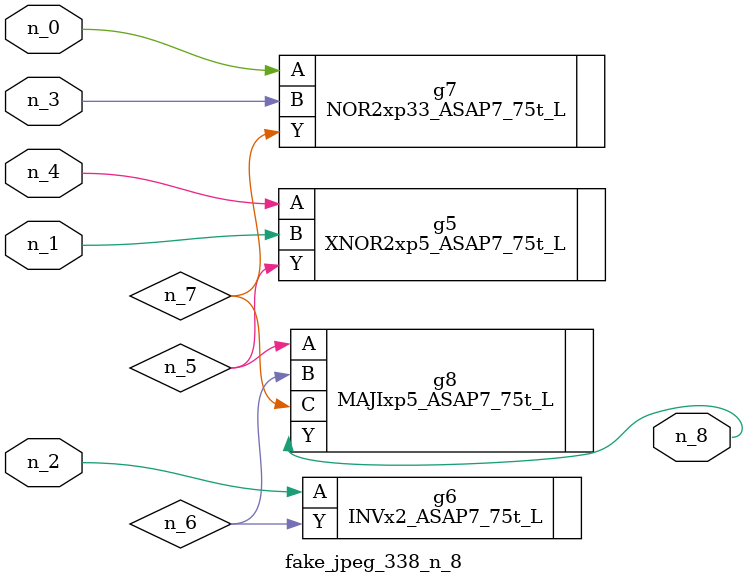
<source format=v>
module fake_jpeg_338_n_8 (n_3, n_2, n_1, n_0, n_4, n_8);

input n_3;
input n_2;
input n_1;
input n_0;
input n_4;

output n_8;

wire n_6;
wire n_5;
wire n_7;

XNOR2xp5_ASAP7_75t_L g5 ( 
.A(n_4),
.B(n_1),
.Y(n_5)
);

INVx2_ASAP7_75t_L g6 ( 
.A(n_2),
.Y(n_6)
);

NOR2xp33_ASAP7_75t_L g7 ( 
.A(n_0),
.B(n_3),
.Y(n_7)
);

MAJIxp5_ASAP7_75t_L g8 ( 
.A(n_5),
.B(n_6),
.C(n_7),
.Y(n_8)
);


endmodule
</source>
